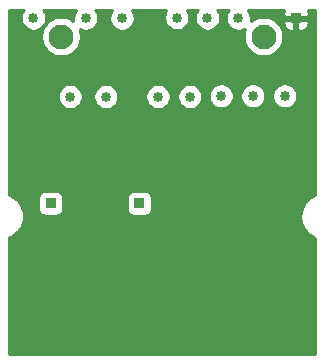
<source format=gbl>
G04 #@! TF.GenerationSoftware,KiCad,Pcbnew,(5.1.5)-3*
G04 #@! TF.CreationDate,2021-02-19T13:32:03+01:00*
G04 #@! TF.ProjectId,ndsbreakoutboard,6e647362-7265-4616-9b6f-7574626f6172,1.0*
G04 #@! TF.SameCoordinates,Original*
G04 #@! TF.FileFunction,Copper,L2,Bot*
G04 #@! TF.FilePolarity,Positive*
%FSLAX46Y46*%
G04 Gerber Fmt 4.6, Leading zero omitted, Abs format (unit mm)*
G04 Created by KiCad (PCBNEW (5.1.5)-3) date 2021-02-19 13:32:03*
%MOMM*%
%LPD*%
G04 APERTURE LIST*
%ADD10R,0.850000X0.850000*%
%ADD11C,0.850000*%
%ADD12C,2.100000*%
%ADD13C,0.800000*%
%ADD14C,0.254000*%
G04 APERTURE END LIST*
D10*
X109423200Y-62966600D03*
D11*
X87198200Y-62966600D03*
X90322400Y-69596000D03*
X91617800Y-62966600D03*
X93319600Y-69596000D03*
X94691200Y-62966600D03*
X97739200Y-69596000D03*
X99314000Y-62915800D03*
X100418900Y-69596000D03*
X101930200Y-62966600D03*
X103098600Y-69545200D03*
X104546400Y-62966600D03*
X105778300Y-69545200D03*
X108458000Y-69545200D03*
D10*
X88646000Y-78638400D03*
X96164400Y-78638400D03*
D12*
X106680000Y-64516000D03*
X89535000Y-64516000D03*
D13*
X85648800Y-85064600D03*
X109702600Y-85191600D03*
D14*
G36*
X86374844Y-62290889D02*
G01*
X86258840Y-62464502D01*
X86178935Y-62657409D01*
X86138200Y-62862199D01*
X86138200Y-63071001D01*
X86178935Y-63275791D01*
X86258840Y-63468698D01*
X86374844Y-63642311D01*
X86522489Y-63789956D01*
X86696102Y-63905960D01*
X86889009Y-63985865D01*
X87093799Y-64026600D01*
X87302601Y-64026600D01*
X87507391Y-63985865D01*
X87700298Y-63905960D01*
X87873911Y-63789956D01*
X88021556Y-63642311D01*
X88137560Y-63468698D01*
X88217465Y-63275791D01*
X88258200Y-63071001D01*
X88258200Y-62862199D01*
X88217465Y-62657409D01*
X88137560Y-62464502D01*
X88021556Y-62290889D01*
X88020667Y-62290000D01*
X90795333Y-62290000D01*
X90794444Y-62290889D01*
X90678440Y-62464502D01*
X90598535Y-62657409D01*
X90557800Y-62862199D01*
X90557800Y-63071001D01*
X90581171Y-63188497D01*
X90333147Y-63022772D01*
X90026496Y-62895754D01*
X89700958Y-62831000D01*
X89369042Y-62831000D01*
X89043504Y-62895754D01*
X88736853Y-63022772D01*
X88460875Y-63207175D01*
X88226175Y-63441875D01*
X88041772Y-63717853D01*
X87914754Y-64024504D01*
X87850000Y-64350042D01*
X87850000Y-64681958D01*
X87914754Y-65007496D01*
X88041772Y-65314147D01*
X88226175Y-65590125D01*
X88460875Y-65824825D01*
X88736853Y-66009228D01*
X89043504Y-66136246D01*
X89369042Y-66201000D01*
X89700958Y-66201000D01*
X90026496Y-66136246D01*
X90333147Y-66009228D01*
X90609125Y-65824825D01*
X90843825Y-65590125D01*
X91028228Y-65314147D01*
X91155246Y-65007496D01*
X91220000Y-64681958D01*
X91220000Y-64350042D01*
X91155246Y-64024504D01*
X91102486Y-63897130D01*
X91115702Y-63905960D01*
X91308609Y-63985865D01*
X91513399Y-64026600D01*
X91722201Y-64026600D01*
X91926991Y-63985865D01*
X92119898Y-63905960D01*
X92293511Y-63789956D01*
X92441156Y-63642311D01*
X92557160Y-63468698D01*
X92637065Y-63275791D01*
X92677800Y-63071001D01*
X92677800Y-62862199D01*
X92637065Y-62657409D01*
X92557160Y-62464502D01*
X92441156Y-62290889D01*
X92440267Y-62290000D01*
X93868733Y-62290000D01*
X93867844Y-62290889D01*
X93751840Y-62464502D01*
X93671935Y-62657409D01*
X93631200Y-62862199D01*
X93631200Y-63071001D01*
X93671935Y-63275791D01*
X93751840Y-63468698D01*
X93867844Y-63642311D01*
X94015489Y-63789956D01*
X94189102Y-63905960D01*
X94382009Y-63985865D01*
X94586799Y-64026600D01*
X94795601Y-64026600D01*
X95000391Y-63985865D01*
X95193298Y-63905960D01*
X95366911Y-63789956D01*
X95514556Y-63642311D01*
X95630560Y-63468698D01*
X95710465Y-63275791D01*
X95751200Y-63071001D01*
X95751200Y-62862199D01*
X95710465Y-62657409D01*
X95630560Y-62464502D01*
X95514556Y-62290889D01*
X95513667Y-62290000D01*
X98457295Y-62290000D01*
X98374640Y-62413702D01*
X98294735Y-62606609D01*
X98254000Y-62811399D01*
X98254000Y-63020201D01*
X98294735Y-63224991D01*
X98374640Y-63417898D01*
X98490644Y-63591511D01*
X98638289Y-63739156D01*
X98811902Y-63855160D01*
X99004809Y-63935065D01*
X99209599Y-63975800D01*
X99418401Y-63975800D01*
X99623191Y-63935065D01*
X99816098Y-63855160D01*
X99989711Y-63739156D01*
X100137356Y-63591511D01*
X100253360Y-63417898D01*
X100333265Y-63224991D01*
X100374000Y-63020201D01*
X100374000Y-62811399D01*
X100333265Y-62606609D01*
X100253360Y-62413702D01*
X100170705Y-62290000D01*
X101107733Y-62290000D01*
X101106844Y-62290889D01*
X100990840Y-62464502D01*
X100910935Y-62657409D01*
X100870200Y-62862199D01*
X100870200Y-63071001D01*
X100910935Y-63275791D01*
X100990840Y-63468698D01*
X101106844Y-63642311D01*
X101254489Y-63789956D01*
X101428102Y-63905960D01*
X101621009Y-63985865D01*
X101825799Y-64026600D01*
X102034601Y-64026600D01*
X102239391Y-63985865D01*
X102432298Y-63905960D01*
X102605911Y-63789956D01*
X102753556Y-63642311D01*
X102869560Y-63468698D01*
X102949465Y-63275791D01*
X102990200Y-63071001D01*
X102990200Y-62862199D01*
X102949465Y-62657409D01*
X102869560Y-62464502D01*
X102753556Y-62290889D01*
X102752667Y-62290000D01*
X103723933Y-62290000D01*
X103723044Y-62290889D01*
X103607040Y-62464502D01*
X103527135Y-62657409D01*
X103486400Y-62862199D01*
X103486400Y-63071001D01*
X103527135Y-63275791D01*
X103607040Y-63468698D01*
X103723044Y-63642311D01*
X103870689Y-63789956D01*
X104044302Y-63905960D01*
X104237209Y-63985865D01*
X104441999Y-64026600D01*
X104650801Y-64026600D01*
X104855591Y-63985865D01*
X105048498Y-63905960D01*
X105131954Y-63850197D01*
X105059754Y-64024504D01*
X104995000Y-64350042D01*
X104995000Y-64681958D01*
X105059754Y-65007496D01*
X105186772Y-65314147D01*
X105371175Y-65590125D01*
X105605875Y-65824825D01*
X105881853Y-66009228D01*
X106188504Y-66136246D01*
X106514042Y-66201000D01*
X106845958Y-66201000D01*
X107171496Y-66136246D01*
X107478147Y-66009228D01*
X107754125Y-65824825D01*
X107988825Y-65590125D01*
X108173228Y-65314147D01*
X108300246Y-65007496D01*
X108365000Y-64681958D01*
X108365000Y-64350042D01*
X108300246Y-64024504D01*
X108173228Y-63717853D01*
X107988825Y-63441875D01*
X107938550Y-63391600D01*
X108360128Y-63391600D01*
X108372388Y-63516082D01*
X108408698Y-63635780D01*
X108467663Y-63746094D01*
X108547015Y-63842785D01*
X108643706Y-63922137D01*
X108754020Y-63981102D01*
X108873718Y-64017412D01*
X108998200Y-64029672D01*
X109137450Y-64026600D01*
X109296200Y-63867850D01*
X109296200Y-63093600D01*
X109550200Y-63093600D01*
X109550200Y-63867850D01*
X109708950Y-64026600D01*
X109848200Y-64029672D01*
X109972682Y-64017412D01*
X110092380Y-63981102D01*
X110202694Y-63922137D01*
X110299385Y-63842785D01*
X110378737Y-63746094D01*
X110437702Y-63635780D01*
X110474012Y-63516082D01*
X110486272Y-63391600D01*
X110483200Y-63252350D01*
X110324450Y-63093600D01*
X109550200Y-63093600D01*
X109296200Y-63093600D01*
X108521950Y-63093600D01*
X108363200Y-63252350D01*
X108360128Y-63391600D01*
X107938550Y-63391600D01*
X107754125Y-63207175D01*
X107478147Y-63022772D01*
X107171496Y-62895754D01*
X106845958Y-62831000D01*
X106514042Y-62831000D01*
X106188504Y-62895754D01*
X105881853Y-63022772D01*
X105605875Y-63207175D01*
X105572718Y-63240332D01*
X105606400Y-63071001D01*
X105606400Y-62862199D01*
X105565665Y-62657409D01*
X105485760Y-62464502D01*
X105369756Y-62290889D01*
X105368867Y-62290000D01*
X108412664Y-62290000D01*
X108408698Y-62297420D01*
X108372388Y-62417118D01*
X108360128Y-62541600D01*
X108363200Y-62680850D01*
X108521950Y-62839600D01*
X109296200Y-62839600D01*
X109296200Y-62819600D01*
X109550200Y-62819600D01*
X109550200Y-62839600D01*
X110324450Y-62839600D01*
X110483200Y-62680850D01*
X110486272Y-62541600D01*
X110474012Y-62417118D01*
X110437702Y-62297420D01*
X110433736Y-62290000D01*
X111065001Y-62290000D01*
X111065000Y-77919134D01*
X111027608Y-77931319D01*
X110969925Y-77956580D01*
X110911860Y-77981047D01*
X110903360Y-77985729D01*
X110688117Y-78106268D01*
X110636438Y-78142252D01*
X110584231Y-78177532D01*
X110576802Y-78183776D01*
X110389071Y-78343826D01*
X110345341Y-78389187D01*
X110301004Y-78433913D01*
X110294929Y-78441481D01*
X110141861Y-78634948D01*
X110107790Y-78687916D01*
X110072972Y-78740420D01*
X110068483Y-78749024D01*
X109955907Y-78968538D01*
X109932752Y-79027169D01*
X109908816Y-79085384D01*
X109906087Y-79094686D01*
X109906083Y-79094696D01*
X109906081Y-79094706D01*
X109838289Y-79331895D01*
X109826979Y-79393818D01*
X109814789Y-79455665D01*
X109813918Y-79465330D01*
X109793487Y-79711179D01*
X109794420Y-79774146D01*
X109794475Y-79837153D01*
X109795497Y-79846803D01*
X109823207Y-80091939D01*
X109836358Y-80153548D01*
X109848646Y-80215326D01*
X109851523Y-80224593D01*
X109926320Y-80459678D01*
X109951184Y-80517552D01*
X109975239Y-80575771D01*
X109979860Y-80584299D01*
X109979862Y-80584304D01*
X109979865Y-80584308D01*
X110098896Y-80800384D01*
X110134540Y-80852344D01*
X110169431Y-80904761D01*
X110175622Y-80912233D01*
X110334358Y-81101078D01*
X110379418Y-81145128D01*
X110423828Y-81189772D01*
X110431353Y-81195899D01*
X110623747Y-81350315D01*
X110676493Y-81384766D01*
X110728740Y-81419941D01*
X110737312Y-81424490D01*
X110956035Y-81538595D01*
X111014460Y-81562142D01*
X111064919Y-81583301D01*
X111064995Y-91380000D01*
X85145312Y-91380000D01*
X85149745Y-81517657D01*
X85195680Y-81502288D01*
X85253204Y-81476558D01*
X85311033Y-81451654D01*
X85319493Y-81446908D01*
X85319499Y-81446905D01*
X85319504Y-81446901D01*
X85527164Y-81328460D01*
X85578584Y-81292055D01*
X85630488Y-81256383D01*
X85637860Y-81250087D01*
X85637867Y-81250082D01*
X85637872Y-81250076D01*
X85818573Y-81093556D01*
X85861950Y-81047848D01*
X85905928Y-81002784D01*
X85911938Y-80995174D01*
X85911944Y-80995168D01*
X85911948Y-80995161D01*
X86058805Y-80806524D01*
X86092450Y-80753305D01*
X86126866Y-80700513D01*
X86131287Y-80691875D01*
X86238711Y-80478298D01*
X86261389Y-80419529D01*
X86284885Y-80361085D01*
X86287544Y-80351752D01*
X86351438Y-80121377D01*
X86362271Y-80059319D01*
X86373966Y-79997428D01*
X86374762Y-79987756D01*
X86392692Y-79749360D01*
X86391264Y-79686380D01*
X86390715Y-79623397D01*
X86389617Y-79613755D01*
X86360901Y-79376415D01*
X86347270Y-79314922D01*
X86334496Y-79253235D01*
X86331546Y-79243990D01*
X86257277Y-79016746D01*
X86231944Y-78959031D01*
X86207448Y-78901039D01*
X86202759Y-78892543D01*
X86085766Y-78684055D01*
X86049730Y-78632397D01*
X86014413Y-78580232D01*
X86008163Y-78572808D01*
X85852903Y-78391014D01*
X85807513Y-78347332D01*
X85762742Y-78303026D01*
X85755175Y-78296964D01*
X85755169Y-78296958D01*
X85755162Y-78296954D01*
X85649370Y-78213400D01*
X87582928Y-78213400D01*
X87582928Y-79063400D01*
X87595188Y-79187882D01*
X87631498Y-79307580D01*
X87690463Y-79417894D01*
X87769815Y-79514585D01*
X87866506Y-79593937D01*
X87976820Y-79652902D01*
X88096518Y-79689212D01*
X88221000Y-79701472D01*
X89071000Y-79701472D01*
X89195482Y-79689212D01*
X89315180Y-79652902D01*
X89425494Y-79593937D01*
X89522185Y-79514585D01*
X89601537Y-79417894D01*
X89660502Y-79307580D01*
X89696812Y-79187882D01*
X89709072Y-79063400D01*
X89709072Y-78213400D01*
X95101328Y-78213400D01*
X95101328Y-79063400D01*
X95113588Y-79187882D01*
X95149898Y-79307580D01*
X95208863Y-79417894D01*
X95288215Y-79514585D01*
X95384906Y-79593937D01*
X95495220Y-79652902D01*
X95614918Y-79689212D01*
X95739400Y-79701472D01*
X96589400Y-79701472D01*
X96713882Y-79689212D01*
X96833580Y-79652902D01*
X96943894Y-79593937D01*
X97040585Y-79514585D01*
X97119937Y-79417894D01*
X97178902Y-79307580D01*
X97215212Y-79187882D01*
X97227472Y-79063400D01*
X97227472Y-78213400D01*
X97215212Y-78088918D01*
X97178902Y-77969220D01*
X97119937Y-77858906D01*
X97040585Y-77762215D01*
X96943894Y-77682863D01*
X96833580Y-77623898D01*
X96713882Y-77587588D01*
X96589400Y-77575328D01*
X95739400Y-77575328D01*
X95614918Y-77587588D01*
X95495220Y-77623898D01*
X95384906Y-77682863D01*
X95288215Y-77762215D01*
X95208863Y-77858906D01*
X95149898Y-77969220D01*
X95113588Y-78088918D01*
X95101328Y-78213400D01*
X89709072Y-78213400D01*
X89696812Y-78088918D01*
X89660502Y-77969220D01*
X89601537Y-77858906D01*
X89522185Y-77762215D01*
X89425494Y-77682863D01*
X89315180Y-77623898D01*
X89195482Y-77587588D01*
X89071000Y-77575328D01*
X88221000Y-77575328D01*
X88096518Y-77587588D01*
X87976820Y-77623898D01*
X87866506Y-77682863D01*
X87769815Y-77762215D01*
X87690463Y-77858906D01*
X87631498Y-77969220D01*
X87595188Y-78088918D01*
X87582928Y-78213400D01*
X85649370Y-78213400D01*
X85567555Y-78148783D01*
X85514547Y-78114751D01*
X85462021Y-78079984D01*
X85453413Y-78075502D01*
X85240591Y-77966591D01*
X85182006Y-77943512D01*
X85150758Y-77930695D01*
X85150367Y-69491599D01*
X89262400Y-69491599D01*
X89262400Y-69700401D01*
X89303135Y-69905191D01*
X89383040Y-70098098D01*
X89499044Y-70271711D01*
X89646689Y-70419356D01*
X89820302Y-70535360D01*
X90013209Y-70615265D01*
X90217999Y-70656000D01*
X90426801Y-70656000D01*
X90631591Y-70615265D01*
X90824498Y-70535360D01*
X90998111Y-70419356D01*
X91145756Y-70271711D01*
X91261760Y-70098098D01*
X91341665Y-69905191D01*
X91382400Y-69700401D01*
X91382400Y-69491599D01*
X92259600Y-69491599D01*
X92259600Y-69700401D01*
X92300335Y-69905191D01*
X92380240Y-70098098D01*
X92496244Y-70271711D01*
X92643889Y-70419356D01*
X92817502Y-70535360D01*
X93010409Y-70615265D01*
X93215199Y-70656000D01*
X93424001Y-70656000D01*
X93628791Y-70615265D01*
X93821698Y-70535360D01*
X93995311Y-70419356D01*
X94142956Y-70271711D01*
X94258960Y-70098098D01*
X94338865Y-69905191D01*
X94379600Y-69700401D01*
X94379600Y-69491599D01*
X96679200Y-69491599D01*
X96679200Y-69700401D01*
X96719935Y-69905191D01*
X96799840Y-70098098D01*
X96915844Y-70271711D01*
X97063489Y-70419356D01*
X97237102Y-70535360D01*
X97430009Y-70615265D01*
X97634799Y-70656000D01*
X97843601Y-70656000D01*
X98048391Y-70615265D01*
X98241298Y-70535360D01*
X98414911Y-70419356D01*
X98562556Y-70271711D01*
X98678560Y-70098098D01*
X98758465Y-69905191D01*
X98799200Y-69700401D01*
X98799200Y-69491599D01*
X99358900Y-69491599D01*
X99358900Y-69700401D01*
X99399635Y-69905191D01*
X99479540Y-70098098D01*
X99595544Y-70271711D01*
X99743189Y-70419356D01*
X99916802Y-70535360D01*
X100109709Y-70615265D01*
X100314499Y-70656000D01*
X100523301Y-70656000D01*
X100728091Y-70615265D01*
X100920998Y-70535360D01*
X101094611Y-70419356D01*
X101242256Y-70271711D01*
X101358260Y-70098098D01*
X101438165Y-69905191D01*
X101478900Y-69700401D01*
X101478900Y-69491599D01*
X101468796Y-69440799D01*
X102038600Y-69440799D01*
X102038600Y-69649601D01*
X102079335Y-69854391D01*
X102159240Y-70047298D01*
X102275244Y-70220911D01*
X102422889Y-70368556D01*
X102596502Y-70484560D01*
X102789409Y-70564465D01*
X102994199Y-70605200D01*
X103203001Y-70605200D01*
X103407791Y-70564465D01*
X103600698Y-70484560D01*
X103774311Y-70368556D01*
X103921956Y-70220911D01*
X104037960Y-70047298D01*
X104117865Y-69854391D01*
X104158600Y-69649601D01*
X104158600Y-69440799D01*
X104718300Y-69440799D01*
X104718300Y-69649601D01*
X104759035Y-69854391D01*
X104838940Y-70047298D01*
X104954944Y-70220911D01*
X105102589Y-70368556D01*
X105276202Y-70484560D01*
X105469109Y-70564465D01*
X105673899Y-70605200D01*
X105882701Y-70605200D01*
X106087491Y-70564465D01*
X106280398Y-70484560D01*
X106454011Y-70368556D01*
X106601656Y-70220911D01*
X106717660Y-70047298D01*
X106797565Y-69854391D01*
X106838300Y-69649601D01*
X106838300Y-69440799D01*
X107398000Y-69440799D01*
X107398000Y-69649601D01*
X107438735Y-69854391D01*
X107518640Y-70047298D01*
X107634644Y-70220911D01*
X107782289Y-70368556D01*
X107955902Y-70484560D01*
X108148809Y-70564465D01*
X108353599Y-70605200D01*
X108562401Y-70605200D01*
X108767191Y-70564465D01*
X108960098Y-70484560D01*
X109133711Y-70368556D01*
X109281356Y-70220911D01*
X109397360Y-70047298D01*
X109477265Y-69854391D01*
X109518000Y-69649601D01*
X109518000Y-69440799D01*
X109477265Y-69236009D01*
X109397360Y-69043102D01*
X109281356Y-68869489D01*
X109133711Y-68721844D01*
X108960098Y-68605840D01*
X108767191Y-68525935D01*
X108562401Y-68485200D01*
X108353599Y-68485200D01*
X108148809Y-68525935D01*
X107955902Y-68605840D01*
X107782289Y-68721844D01*
X107634644Y-68869489D01*
X107518640Y-69043102D01*
X107438735Y-69236009D01*
X107398000Y-69440799D01*
X106838300Y-69440799D01*
X106797565Y-69236009D01*
X106717660Y-69043102D01*
X106601656Y-68869489D01*
X106454011Y-68721844D01*
X106280398Y-68605840D01*
X106087491Y-68525935D01*
X105882701Y-68485200D01*
X105673899Y-68485200D01*
X105469109Y-68525935D01*
X105276202Y-68605840D01*
X105102589Y-68721844D01*
X104954944Y-68869489D01*
X104838940Y-69043102D01*
X104759035Y-69236009D01*
X104718300Y-69440799D01*
X104158600Y-69440799D01*
X104117865Y-69236009D01*
X104037960Y-69043102D01*
X103921956Y-68869489D01*
X103774311Y-68721844D01*
X103600698Y-68605840D01*
X103407791Y-68525935D01*
X103203001Y-68485200D01*
X102994199Y-68485200D01*
X102789409Y-68525935D01*
X102596502Y-68605840D01*
X102422889Y-68721844D01*
X102275244Y-68869489D01*
X102159240Y-69043102D01*
X102079335Y-69236009D01*
X102038600Y-69440799D01*
X101468796Y-69440799D01*
X101438165Y-69286809D01*
X101358260Y-69093902D01*
X101242256Y-68920289D01*
X101094611Y-68772644D01*
X100920998Y-68656640D01*
X100728091Y-68576735D01*
X100523301Y-68536000D01*
X100314499Y-68536000D01*
X100109709Y-68576735D01*
X99916802Y-68656640D01*
X99743189Y-68772644D01*
X99595544Y-68920289D01*
X99479540Y-69093902D01*
X99399635Y-69286809D01*
X99358900Y-69491599D01*
X98799200Y-69491599D01*
X98758465Y-69286809D01*
X98678560Y-69093902D01*
X98562556Y-68920289D01*
X98414911Y-68772644D01*
X98241298Y-68656640D01*
X98048391Y-68576735D01*
X97843601Y-68536000D01*
X97634799Y-68536000D01*
X97430009Y-68576735D01*
X97237102Y-68656640D01*
X97063489Y-68772644D01*
X96915844Y-68920289D01*
X96799840Y-69093902D01*
X96719935Y-69286809D01*
X96679200Y-69491599D01*
X94379600Y-69491599D01*
X94338865Y-69286809D01*
X94258960Y-69093902D01*
X94142956Y-68920289D01*
X93995311Y-68772644D01*
X93821698Y-68656640D01*
X93628791Y-68576735D01*
X93424001Y-68536000D01*
X93215199Y-68536000D01*
X93010409Y-68576735D01*
X92817502Y-68656640D01*
X92643889Y-68772644D01*
X92496244Y-68920289D01*
X92380240Y-69093902D01*
X92300335Y-69286809D01*
X92259600Y-69491599D01*
X91382400Y-69491599D01*
X91341665Y-69286809D01*
X91261760Y-69093902D01*
X91145756Y-68920289D01*
X90998111Y-68772644D01*
X90824498Y-68656640D01*
X90631591Y-68576735D01*
X90426801Y-68536000D01*
X90217999Y-68536000D01*
X90013209Y-68576735D01*
X89820302Y-68656640D01*
X89646689Y-68772644D01*
X89499044Y-68920289D01*
X89383040Y-69093902D01*
X89303135Y-69286809D01*
X89262400Y-69491599D01*
X85150367Y-69491599D01*
X85150032Y-62290000D01*
X86375733Y-62290000D01*
X86374844Y-62290889D01*
G37*
X86374844Y-62290889D02*
X86258840Y-62464502D01*
X86178935Y-62657409D01*
X86138200Y-62862199D01*
X86138200Y-63071001D01*
X86178935Y-63275791D01*
X86258840Y-63468698D01*
X86374844Y-63642311D01*
X86522489Y-63789956D01*
X86696102Y-63905960D01*
X86889009Y-63985865D01*
X87093799Y-64026600D01*
X87302601Y-64026600D01*
X87507391Y-63985865D01*
X87700298Y-63905960D01*
X87873911Y-63789956D01*
X88021556Y-63642311D01*
X88137560Y-63468698D01*
X88217465Y-63275791D01*
X88258200Y-63071001D01*
X88258200Y-62862199D01*
X88217465Y-62657409D01*
X88137560Y-62464502D01*
X88021556Y-62290889D01*
X88020667Y-62290000D01*
X90795333Y-62290000D01*
X90794444Y-62290889D01*
X90678440Y-62464502D01*
X90598535Y-62657409D01*
X90557800Y-62862199D01*
X90557800Y-63071001D01*
X90581171Y-63188497D01*
X90333147Y-63022772D01*
X90026496Y-62895754D01*
X89700958Y-62831000D01*
X89369042Y-62831000D01*
X89043504Y-62895754D01*
X88736853Y-63022772D01*
X88460875Y-63207175D01*
X88226175Y-63441875D01*
X88041772Y-63717853D01*
X87914754Y-64024504D01*
X87850000Y-64350042D01*
X87850000Y-64681958D01*
X87914754Y-65007496D01*
X88041772Y-65314147D01*
X88226175Y-65590125D01*
X88460875Y-65824825D01*
X88736853Y-66009228D01*
X89043504Y-66136246D01*
X89369042Y-66201000D01*
X89700958Y-66201000D01*
X90026496Y-66136246D01*
X90333147Y-66009228D01*
X90609125Y-65824825D01*
X90843825Y-65590125D01*
X91028228Y-65314147D01*
X91155246Y-65007496D01*
X91220000Y-64681958D01*
X91220000Y-64350042D01*
X91155246Y-64024504D01*
X91102486Y-63897130D01*
X91115702Y-63905960D01*
X91308609Y-63985865D01*
X91513399Y-64026600D01*
X91722201Y-64026600D01*
X91926991Y-63985865D01*
X92119898Y-63905960D01*
X92293511Y-63789956D01*
X92441156Y-63642311D01*
X92557160Y-63468698D01*
X92637065Y-63275791D01*
X92677800Y-63071001D01*
X92677800Y-62862199D01*
X92637065Y-62657409D01*
X92557160Y-62464502D01*
X92441156Y-62290889D01*
X92440267Y-62290000D01*
X93868733Y-62290000D01*
X93867844Y-62290889D01*
X93751840Y-62464502D01*
X93671935Y-62657409D01*
X93631200Y-62862199D01*
X93631200Y-63071001D01*
X93671935Y-63275791D01*
X93751840Y-63468698D01*
X93867844Y-63642311D01*
X94015489Y-63789956D01*
X94189102Y-63905960D01*
X94382009Y-63985865D01*
X94586799Y-64026600D01*
X94795601Y-64026600D01*
X95000391Y-63985865D01*
X95193298Y-63905960D01*
X95366911Y-63789956D01*
X95514556Y-63642311D01*
X95630560Y-63468698D01*
X95710465Y-63275791D01*
X95751200Y-63071001D01*
X95751200Y-62862199D01*
X95710465Y-62657409D01*
X95630560Y-62464502D01*
X95514556Y-62290889D01*
X95513667Y-62290000D01*
X98457295Y-62290000D01*
X98374640Y-62413702D01*
X98294735Y-62606609D01*
X98254000Y-62811399D01*
X98254000Y-63020201D01*
X98294735Y-63224991D01*
X98374640Y-63417898D01*
X98490644Y-63591511D01*
X98638289Y-63739156D01*
X98811902Y-63855160D01*
X99004809Y-63935065D01*
X99209599Y-63975800D01*
X99418401Y-63975800D01*
X99623191Y-63935065D01*
X99816098Y-63855160D01*
X99989711Y-63739156D01*
X100137356Y-63591511D01*
X100253360Y-63417898D01*
X100333265Y-63224991D01*
X100374000Y-63020201D01*
X100374000Y-62811399D01*
X100333265Y-62606609D01*
X100253360Y-62413702D01*
X100170705Y-62290000D01*
X101107733Y-62290000D01*
X101106844Y-62290889D01*
X100990840Y-62464502D01*
X100910935Y-62657409D01*
X100870200Y-62862199D01*
X100870200Y-63071001D01*
X100910935Y-63275791D01*
X100990840Y-63468698D01*
X101106844Y-63642311D01*
X101254489Y-63789956D01*
X101428102Y-63905960D01*
X101621009Y-63985865D01*
X101825799Y-64026600D01*
X102034601Y-64026600D01*
X102239391Y-63985865D01*
X102432298Y-63905960D01*
X102605911Y-63789956D01*
X102753556Y-63642311D01*
X102869560Y-63468698D01*
X102949465Y-63275791D01*
X102990200Y-63071001D01*
X102990200Y-62862199D01*
X102949465Y-62657409D01*
X102869560Y-62464502D01*
X102753556Y-62290889D01*
X102752667Y-62290000D01*
X103723933Y-62290000D01*
X103723044Y-62290889D01*
X103607040Y-62464502D01*
X103527135Y-62657409D01*
X103486400Y-62862199D01*
X103486400Y-63071001D01*
X103527135Y-63275791D01*
X103607040Y-63468698D01*
X103723044Y-63642311D01*
X103870689Y-63789956D01*
X104044302Y-63905960D01*
X104237209Y-63985865D01*
X104441999Y-64026600D01*
X104650801Y-64026600D01*
X104855591Y-63985865D01*
X105048498Y-63905960D01*
X105131954Y-63850197D01*
X105059754Y-64024504D01*
X104995000Y-64350042D01*
X104995000Y-64681958D01*
X105059754Y-65007496D01*
X105186772Y-65314147D01*
X105371175Y-65590125D01*
X105605875Y-65824825D01*
X105881853Y-66009228D01*
X106188504Y-66136246D01*
X106514042Y-66201000D01*
X106845958Y-66201000D01*
X107171496Y-66136246D01*
X107478147Y-66009228D01*
X107754125Y-65824825D01*
X107988825Y-65590125D01*
X108173228Y-65314147D01*
X108300246Y-65007496D01*
X108365000Y-64681958D01*
X108365000Y-64350042D01*
X108300246Y-64024504D01*
X108173228Y-63717853D01*
X107988825Y-63441875D01*
X107938550Y-63391600D01*
X108360128Y-63391600D01*
X108372388Y-63516082D01*
X108408698Y-63635780D01*
X108467663Y-63746094D01*
X108547015Y-63842785D01*
X108643706Y-63922137D01*
X108754020Y-63981102D01*
X108873718Y-64017412D01*
X108998200Y-64029672D01*
X109137450Y-64026600D01*
X109296200Y-63867850D01*
X109296200Y-63093600D01*
X109550200Y-63093600D01*
X109550200Y-63867850D01*
X109708950Y-64026600D01*
X109848200Y-64029672D01*
X109972682Y-64017412D01*
X110092380Y-63981102D01*
X110202694Y-63922137D01*
X110299385Y-63842785D01*
X110378737Y-63746094D01*
X110437702Y-63635780D01*
X110474012Y-63516082D01*
X110486272Y-63391600D01*
X110483200Y-63252350D01*
X110324450Y-63093600D01*
X109550200Y-63093600D01*
X109296200Y-63093600D01*
X108521950Y-63093600D01*
X108363200Y-63252350D01*
X108360128Y-63391600D01*
X107938550Y-63391600D01*
X107754125Y-63207175D01*
X107478147Y-63022772D01*
X107171496Y-62895754D01*
X106845958Y-62831000D01*
X106514042Y-62831000D01*
X106188504Y-62895754D01*
X105881853Y-63022772D01*
X105605875Y-63207175D01*
X105572718Y-63240332D01*
X105606400Y-63071001D01*
X105606400Y-62862199D01*
X105565665Y-62657409D01*
X105485760Y-62464502D01*
X105369756Y-62290889D01*
X105368867Y-62290000D01*
X108412664Y-62290000D01*
X108408698Y-62297420D01*
X108372388Y-62417118D01*
X108360128Y-62541600D01*
X108363200Y-62680850D01*
X108521950Y-62839600D01*
X109296200Y-62839600D01*
X109296200Y-62819600D01*
X109550200Y-62819600D01*
X109550200Y-62839600D01*
X110324450Y-62839600D01*
X110483200Y-62680850D01*
X110486272Y-62541600D01*
X110474012Y-62417118D01*
X110437702Y-62297420D01*
X110433736Y-62290000D01*
X111065001Y-62290000D01*
X111065000Y-77919134D01*
X111027608Y-77931319D01*
X110969925Y-77956580D01*
X110911860Y-77981047D01*
X110903360Y-77985729D01*
X110688117Y-78106268D01*
X110636438Y-78142252D01*
X110584231Y-78177532D01*
X110576802Y-78183776D01*
X110389071Y-78343826D01*
X110345341Y-78389187D01*
X110301004Y-78433913D01*
X110294929Y-78441481D01*
X110141861Y-78634948D01*
X110107790Y-78687916D01*
X110072972Y-78740420D01*
X110068483Y-78749024D01*
X109955907Y-78968538D01*
X109932752Y-79027169D01*
X109908816Y-79085384D01*
X109906087Y-79094686D01*
X109906083Y-79094696D01*
X109906081Y-79094706D01*
X109838289Y-79331895D01*
X109826979Y-79393818D01*
X109814789Y-79455665D01*
X109813918Y-79465330D01*
X109793487Y-79711179D01*
X109794420Y-79774146D01*
X109794475Y-79837153D01*
X109795497Y-79846803D01*
X109823207Y-80091939D01*
X109836358Y-80153548D01*
X109848646Y-80215326D01*
X109851523Y-80224593D01*
X109926320Y-80459678D01*
X109951184Y-80517552D01*
X109975239Y-80575771D01*
X109979860Y-80584299D01*
X109979862Y-80584304D01*
X109979865Y-80584308D01*
X110098896Y-80800384D01*
X110134540Y-80852344D01*
X110169431Y-80904761D01*
X110175622Y-80912233D01*
X110334358Y-81101078D01*
X110379418Y-81145128D01*
X110423828Y-81189772D01*
X110431353Y-81195899D01*
X110623747Y-81350315D01*
X110676493Y-81384766D01*
X110728740Y-81419941D01*
X110737312Y-81424490D01*
X110956035Y-81538595D01*
X111014460Y-81562142D01*
X111064919Y-81583301D01*
X111064995Y-91380000D01*
X85145312Y-91380000D01*
X85149745Y-81517657D01*
X85195680Y-81502288D01*
X85253204Y-81476558D01*
X85311033Y-81451654D01*
X85319493Y-81446908D01*
X85319499Y-81446905D01*
X85319504Y-81446901D01*
X85527164Y-81328460D01*
X85578584Y-81292055D01*
X85630488Y-81256383D01*
X85637860Y-81250087D01*
X85637867Y-81250082D01*
X85637872Y-81250076D01*
X85818573Y-81093556D01*
X85861950Y-81047848D01*
X85905928Y-81002784D01*
X85911938Y-80995174D01*
X85911944Y-80995168D01*
X85911948Y-80995161D01*
X86058805Y-80806524D01*
X86092450Y-80753305D01*
X86126866Y-80700513D01*
X86131287Y-80691875D01*
X86238711Y-80478298D01*
X86261389Y-80419529D01*
X86284885Y-80361085D01*
X86287544Y-80351752D01*
X86351438Y-80121377D01*
X86362271Y-80059319D01*
X86373966Y-79997428D01*
X86374762Y-79987756D01*
X86392692Y-79749360D01*
X86391264Y-79686380D01*
X86390715Y-79623397D01*
X86389617Y-79613755D01*
X86360901Y-79376415D01*
X86347270Y-79314922D01*
X86334496Y-79253235D01*
X86331546Y-79243990D01*
X86257277Y-79016746D01*
X86231944Y-78959031D01*
X86207448Y-78901039D01*
X86202759Y-78892543D01*
X86085766Y-78684055D01*
X86049730Y-78632397D01*
X86014413Y-78580232D01*
X86008163Y-78572808D01*
X85852903Y-78391014D01*
X85807513Y-78347332D01*
X85762742Y-78303026D01*
X85755175Y-78296964D01*
X85755169Y-78296958D01*
X85755162Y-78296954D01*
X85649370Y-78213400D01*
X87582928Y-78213400D01*
X87582928Y-79063400D01*
X87595188Y-79187882D01*
X87631498Y-79307580D01*
X87690463Y-79417894D01*
X87769815Y-79514585D01*
X87866506Y-79593937D01*
X87976820Y-79652902D01*
X88096518Y-79689212D01*
X88221000Y-79701472D01*
X89071000Y-79701472D01*
X89195482Y-79689212D01*
X89315180Y-79652902D01*
X89425494Y-79593937D01*
X89522185Y-79514585D01*
X89601537Y-79417894D01*
X89660502Y-79307580D01*
X89696812Y-79187882D01*
X89709072Y-79063400D01*
X89709072Y-78213400D01*
X95101328Y-78213400D01*
X95101328Y-79063400D01*
X95113588Y-79187882D01*
X95149898Y-79307580D01*
X95208863Y-79417894D01*
X95288215Y-79514585D01*
X95384906Y-79593937D01*
X95495220Y-79652902D01*
X95614918Y-79689212D01*
X95739400Y-79701472D01*
X96589400Y-79701472D01*
X96713882Y-79689212D01*
X96833580Y-79652902D01*
X96943894Y-79593937D01*
X97040585Y-79514585D01*
X97119937Y-79417894D01*
X97178902Y-79307580D01*
X97215212Y-79187882D01*
X97227472Y-79063400D01*
X97227472Y-78213400D01*
X97215212Y-78088918D01*
X97178902Y-77969220D01*
X97119937Y-77858906D01*
X97040585Y-77762215D01*
X96943894Y-77682863D01*
X96833580Y-77623898D01*
X96713882Y-77587588D01*
X96589400Y-77575328D01*
X95739400Y-77575328D01*
X95614918Y-77587588D01*
X95495220Y-77623898D01*
X95384906Y-77682863D01*
X95288215Y-77762215D01*
X95208863Y-77858906D01*
X95149898Y-77969220D01*
X95113588Y-78088918D01*
X95101328Y-78213400D01*
X89709072Y-78213400D01*
X89696812Y-78088918D01*
X89660502Y-77969220D01*
X89601537Y-77858906D01*
X89522185Y-77762215D01*
X89425494Y-77682863D01*
X89315180Y-77623898D01*
X89195482Y-77587588D01*
X89071000Y-77575328D01*
X88221000Y-77575328D01*
X88096518Y-77587588D01*
X87976820Y-77623898D01*
X87866506Y-77682863D01*
X87769815Y-77762215D01*
X87690463Y-77858906D01*
X87631498Y-77969220D01*
X87595188Y-78088918D01*
X87582928Y-78213400D01*
X85649370Y-78213400D01*
X85567555Y-78148783D01*
X85514547Y-78114751D01*
X85462021Y-78079984D01*
X85453413Y-78075502D01*
X85240591Y-77966591D01*
X85182006Y-77943512D01*
X85150758Y-77930695D01*
X85150367Y-69491599D01*
X89262400Y-69491599D01*
X89262400Y-69700401D01*
X89303135Y-69905191D01*
X89383040Y-70098098D01*
X89499044Y-70271711D01*
X89646689Y-70419356D01*
X89820302Y-70535360D01*
X90013209Y-70615265D01*
X90217999Y-70656000D01*
X90426801Y-70656000D01*
X90631591Y-70615265D01*
X90824498Y-70535360D01*
X90998111Y-70419356D01*
X91145756Y-70271711D01*
X91261760Y-70098098D01*
X91341665Y-69905191D01*
X91382400Y-69700401D01*
X91382400Y-69491599D01*
X92259600Y-69491599D01*
X92259600Y-69700401D01*
X92300335Y-69905191D01*
X92380240Y-70098098D01*
X92496244Y-70271711D01*
X92643889Y-70419356D01*
X92817502Y-70535360D01*
X93010409Y-70615265D01*
X93215199Y-70656000D01*
X93424001Y-70656000D01*
X93628791Y-70615265D01*
X93821698Y-70535360D01*
X93995311Y-70419356D01*
X94142956Y-70271711D01*
X94258960Y-70098098D01*
X94338865Y-69905191D01*
X94379600Y-69700401D01*
X94379600Y-69491599D01*
X96679200Y-69491599D01*
X96679200Y-69700401D01*
X96719935Y-69905191D01*
X96799840Y-70098098D01*
X96915844Y-70271711D01*
X97063489Y-70419356D01*
X97237102Y-70535360D01*
X97430009Y-70615265D01*
X97634799Y-70656000D01*
X97843601Y-70656000D01*
X98048391Y-70615265D01*
X98241298Y-70535360D01*
X98414911Y-70419356D01*
X98562556Y-70271711D01*
X98678560Y-70098098D01*
X98758465Y-69905191D01*
X98799200Y-69700401D01*
X98799200Y-69491599D01*
X99358900Y-69491599D01*
X99358900Y-69700401D01*
X99399635Y-69905191D01*
X99479540Y-70098098D01*
X99595544Y-70271711D01*
X99743189Y-70419356D01*
X99916802Y-70535360D01*
X100109709Y-70615265D01*
X100314499Y-70656000D01*
X100523301Y-70656000D01*
X100728091Y-70615265D01*
X100920998Y-70535360D01*
X101094611Y-70419356D01*
X101242256Y-70271711D01*
X101358260Y-70098098D01*
X101438165Y-69905191D01*
X101478900Y-69700401D01*
X101478900Y-69491599D01*
X101468796Y-69440799D01*
X102038600Y-69440799D01*
X102038600Y-69649601D01*
X102079335Y-69854391D01*
X102159240Y-70047298D01*
X102275244Y-70220911D01*
X102422889Y-70368556D01*
X102596502Y-70484560D01*
X102789409Y-70564465D01*
X102994199Y-70605200D01*
X103203001Y-70605200D01*
X103407791Y-70564465D01*
X103600698Y-70484560D01*
X103774311Y-70368556D01*
X103921956Y-70220911D01*
X104037960Y-70047298D01*
X104117865Y-69854391D01*
X104158600Y-69649601D01*
X104158600Y-69440799D01*
X104718300Y-69440799D01*
X104718300Y-69649601D01*
X104759035Y-69854391D01*
X104838940Y-70047298D01*
X104954944Y-70220911D01*
X105102589Y-70368556D01*
X105276202Y-70484560D01*
X105469109Y-70564465D01*
X105673899Y-70605200D01*
X105882701Y-70605200D01*
X106087491Y-70564465D01*
X106280398Y-70484560D01*
X106454011Y-70368556D01*
X106601656Y-70220911D01*
X106717660Y-70047298D01*
X106797565Y-69854391D01*
X106838300Y-69649601D01*
X106838300Y-69440799D01*
X107398000Y-69440799D01*
X107398000Y-69649601D01*
X107438735Y-69854391D01*
X107518640Y-70047298D01*
X107634644Y-70220911D01*
X107782289Y-70368556D01*
X107955902Y-70484560D01*
X108148809Y-70564465D01*
X108353599Y-70605200D01*
X108562401Y-70605200D01*
X108767191Y-70564465D01*
X108960098Y-70484560D01*
X109133711Y-70368556D01*
X109281356Y-70220911D01*
X109397360Y-70047298D01*
X109477265Y-69854391D01*
X109518000Y-69649601D01*
X109518000Y-69440799D01*
X109477265Y-69236009D01*
X109397360Y-69043102D01*
X109281356Y-68869489D01*
X109133711Y-68721844D01*
X108960098Y-68605840D01*
X108767191Y-68525935D01*
X108562401Y-68485200D01*
X108353599Y-68485200D01*
X108148809Y-68525935D01*
X107955902Y-68605840D01*
X107782289Y-68721844D01*
X107634644Y-68869489D01*
X107518640Y-69043102D01*
X107438735Y-69236009D01*
X107398000Y-69440799D01*
X106838300Y-69440799D01*
X106797565Y-69236009D01*
X106717660Y-69043102D01*
X106601656Y-68869489D01*
X106454011Y-68721844D01*
X106280398Y-68605840D01*
X106087491Y-68525935D01*
X105882701Y-68485200D01*
X105673899Y-68485200D01*
X105469109Y-68525935D01*
X105276202Y-68605840D01*
X105102589Y-68721844D01*
X104954944Y-68869489D01*
X104838940Y-69043102D01*
X104759035Y-69236009D01*
X104718300Y-69440799D01*
X104158600Y-69440799D01*
X104117865Y-69236009D01*
X104037960Y-69043102D01*
X103921956Y-68869489D01*
X103774311Y-68721844D01*
X103600698Y-68605840D01*
X103407791Y-68525935D01*
X103203001Y-68485200D01*
X102994199Y-68485200D01*
X102789409Y-68525935D01*
X102596502Y-68605840D01*
X102422889Y-68721844D01*
X102275244Y-68869489D01*
X102159240Y-69043102D01*
X102079335Y-69236009D01*
X102038600Y-69440799D01*
X101468796Y-69440799D01*
X101438165Y-69286809D01*
X101358260Y-69093902D01*
X101242256Y-68920289D01*
X101094611Y-68772644D01*
X100920998Y-68656640D01*
X100728091Y-68576735D01*
X100523301Y-68536000D01*
X100314499Y-68536000D01*
X100109709Y-68576735D01*
X99916802Y-68656640D01*
X99743189Y-68772644D01*
X99595544Y-68920289D01*
X99479540Y-69093902D01*
X99399635Y-69286809D01*
X99358900Y-69491599D01*
X98799200Y-69491599D01*
X98758465Y-69286809D01*
X98678560Y-69093902D01*
X98562556Y-68920289D01*
X98414911Y-68772644D01*
X98241298Y-68656640D01*
X98048391Y-68576735D01*
X97843601Y-68536000D01*
X97634799Y-68536000D01*
X97430009Y-68576735D01*
X97237102Y-68656640D01*
X97063489Y-68772644D01*
X96915844Y-68920289D01*
X96799840Y-69093902D01*
X96719935Y-69286809D01*
X96679200Y-69491599D01*
X94379600Y-69491599D01*
X94338865Y-69286809D01*
X94258960Y-69093902D01*
X94142956Y-68920289D01*
X93995311Y-68772644D01*
X93821698Y-68656640D01*
X93628791Y-68576735D01*
X93424001Y-68536000D01*
X93215199Y-68536000D01*
X93010409Y-68576735D01*
X92817502Y-68656640D01*
X92643889Y-68772644D01*
X92496244Y-68920289D01*
X92380240Y-69093902D01*
X92300335Y-69286809D01*
X92259600Y-69491599D01*
X91382400Y-69491599D01*
X91341665Y-69286809D01*
X91261760Y-69093902D01*
X91145756Y-68920289D01*
X90998111Y-68772644D01*
X90824498Y-68656640D01*
X90631591Y-68576735D01*
X90426801Y-68536000D01*
X90217999Y-68536000D01*
X90013209Y-68576735D01*
X89820302Y-68656640D01*
X89646689Y-68772644D01*
X89499044Y-68920289D01*
X89383040Y-69093902D01*
X89303135Y-69286809D01*
X89262400Y-69491599D01*
X85150367Y-69491599D01*
X85150032Y-62290000D01*
X86375733Y-62290000D01*
X86374844Y-62290889D01*
M02*

</source>
